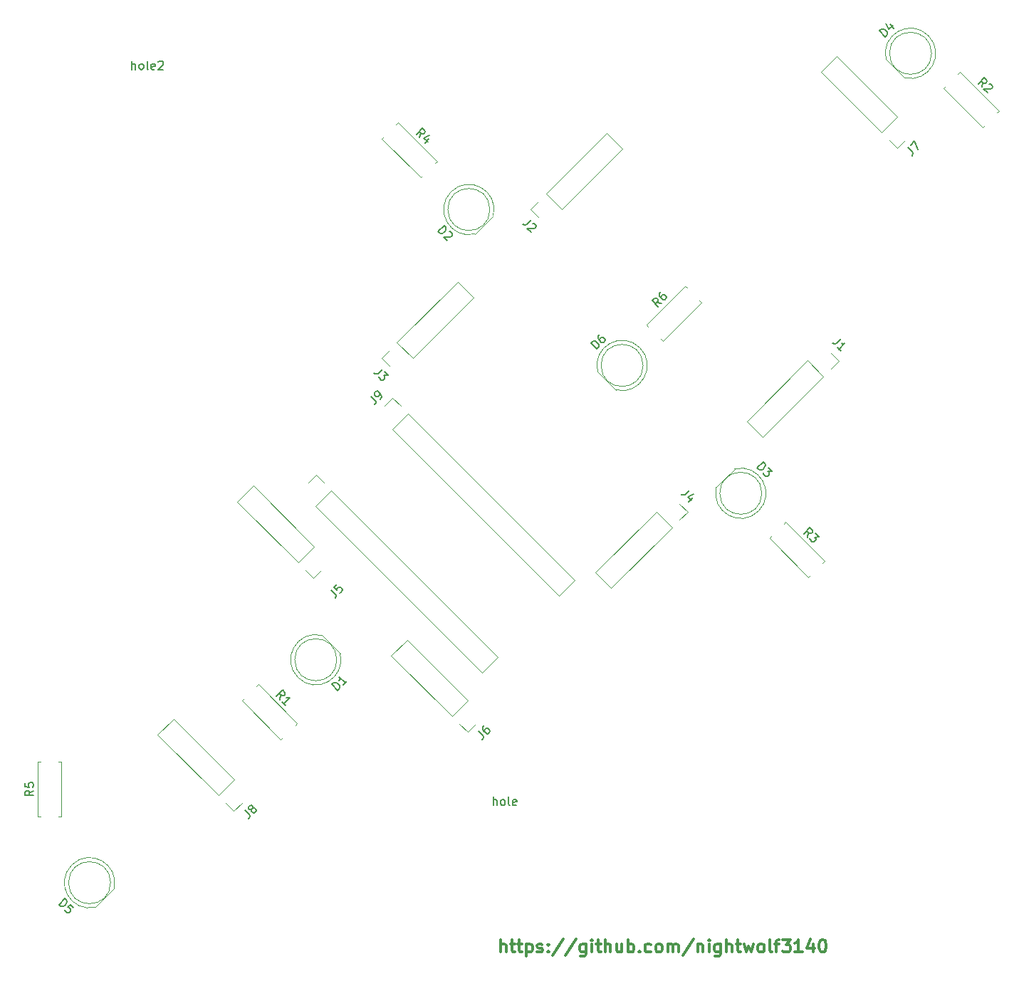
<source format=gbr>
%TF.GenerationSoftware,KiCad,Pcbnew,8.0.1*%
%TF.CreationDate,2024-04-24T16:38:57-04:00*%
%TF.ProjectId,RGBsensorBoard,52474273-656e-4736-9f72-426f6172642e,rev?*%
%TF.SameCoordinates,Original*%
%TF.FileFunction,Legend,Top*%
%TF.FilePolarity,Positive*%
%FSLAX46Y46*%
G04 Gerber Fmt 4.6, Leading zero omitted, Abs format (unit mm)*
G04 Created by KiCad (PCBNEW 8.0.1) date 2024-04-24 16:38:57*
%MOMM*%
%LPD*%
G01*
G04 APERTURE LIST*
%ADD10C,0.300000*%
%ADD11C,0.150000*%
%ADD12C,0.120000*%
G04 APERTURE END LIST*
D10*
X74499764Y-135431270D02*
X74499764Y-133931270D01*
X75142622Y-135431270D02*
X75142622Y-134645556D01*
X75142622Y-134645556D02*
X75071193Y-134502699D01*
X75071193Y-134502699D02*
X74928336Y-134431270D01*
X74928336Y-134431270D02*
X74714050Y-134431270D01*
X74714050Y-134431270D02*
X74571193Y-134502699D01*
X74571193Y-134502699D02*
X74499764Y-134574127D01*
X75642622Y-134431270D02*
X76214050Y-134431270D01*
X75856907Y-133931270D02*
X75856907Y-135216984D01*
X75856907Y-135216984D02*
X75928336Y-135359842D01*
X75928336Y-135359842D02*
X76071193Y-135431270D01*
X76071193Y-135431270D02*
X76214050Y-135431270D01*
X76499765Y-134431270D02*
X77071193Y-134431270D01*
X76714050Y-133931270D02*
X76714050Y-135216984D01*
X76714050Y-135216984D02*
X76785479Y-135359842D01*
X76785479Y-135359842D02*
X76928336Y-135431270D01*
X76928336Y-135431270D02*
X77071193Y-135431270D01*
X77571193Y-134431270D02*
X77571193Y-135931270D01*
X77571193Y-134502699D02*
X77714051Y-134431270D01*
X77714051Y-134431270D02*
X77999765Y-134431270D01*
X77999765Y-134431270D02*
X78142622Y-134502699D01*
X78142622Y-134502699D02*
X78214051Y-134574127D01*
X78214051Y-134574127D02*
X78285479Y-134716984D01*
X78285479Y-134716984D02*
X78285479Y-135145556D01*
X78285479Y-135145556D02*
X78214051Y-135288413D01*
X78214051Y-135288413D02*
X78142622Y-135359842D01*
X78142622Y-135359842D02*
X77999765Y-135431270D01*
X77999765Y-135431270D02*
X77714051Y-135431270D01*
X77714051Y-135431270D02*
X77571193Y-135359842D01*
X78856908Y-135359842D02*
X78999765Y-135431270D01*
X78999765Y-135431270D02*
X79285479Y-135431270D01*
X79285479Y-135431270D02*
X79428336Y-135359842D01*
X79428336Y-135359842D02*
X79499765Y-135216984D01*
X79499765Y-135216984D02*
X79499765Y-135145556D01*
X79499765Y-135145556D02*
X79428336Y-135002699D01*
X79428336Y-135002699D02*
X79285479Y-134931270D01*
X79285479Y-134931270D02*
X79071194Y-134931270D01*
X79071194Y-134931270D02*
X78928336Y-134859842D01*
X78928336Y-134859842D02*
X78856908Y-134716984D01*
X78856908Y-134716984D02*
X78856908Y-134645556D01*
X78856908Y-134645556D02*
X78928336Y-134502699D01*
X78928336Y-134502699D02*
X79071194Y-134431270D01*
X79071194Y-134431270D02*
X79285479Y-134431270D01*
X79285479Y-134431270D02*
X79428336Y-134502699D01*
X80142622Y-135288413D02*
X80214051Y-135359842D01*
X80214051Y-135359842D02*
X80142622Y-135431270D01*
X80142622Y-135431270D02*
X80071194Y-135359842D01*
X80071194Y-135359842D02*
X80142622Y-135288413D01*
X80142622Y-135288413D02*
X80142622Y-135431270D01*
X80142622Y-134502699D02*
X80214051Y-134574127D01*
X80214051Y-134574127D02*
X80142622Y-134645556D01*
X80142622Y-134645556D02*
X80071194Y-134574127D01*
X80071194Y-134574127D02*
X80142622Y-134502699D01*
X80142622Y-134502699D02*
X80142622Y-134645556D01*
X81928337Y-133859842D02*
X80642623Y-135788413D01*
X83499766Y-133859842D02*
X82214052Y-135788413D01*
X84642624Y-134431270D02*
X84642624Y-135645556D01*
X84642624Y-135645556D02*
X84571195Y-135788413D01*
X84571195Y-135788413D02*
X84499766Y-135859842D01*
X84499766Y-135859842D02*
X84356909Y-135931270D01*
X84356909Y-135931270D02*
X84142624Y-135931270D01*
X84142624Y-135931270D02*
X83999766Y-135859842D01*
X84642624Y-135359842D02*
X84499766Y-135431270D01*
X84499766Y-135431270D02*
X84214052Y-135431270D01*
X84214052Y-135431270D02*
X84071195Y-135359842D01*
X84071195Y-135359842D02*
X83999766Y-135288413D01*
X83999766Y-135288413D02*
X83928338Y-135145556D01*
X83928338Y-135145556D02*
X83928338Y-134716984D01*
X83928338Y-134716984D02*
X83999766Y-134574127D01*
X83999766Y-134574127D02*
X84071195Y-134502699D01*
X84071195Y-134502699D02*
X84214052Y-134431270D01*
X84214052Y-134431270D02*
X84499766Y-134431270D01*
X84499766Y-134431270D02*
X84642624Y-134502699D01*
X85356909Y-135431270D02*
X85356909Y-134431270D01*
X85356909Y-133931270D02*
X85285481Y-134002699D01*
X85285481Y-134002699D02*
X85356909Y-134074127D01*
X85356909Y-134074127D02*
X85428338Y-134002699D01*
X85428338Y-134002699D02*
X85356909Y-133931270D01*
X85356909Y-133931270D02*
X85356909Y-134074127D01*
X85856910Y-134431270D02*
X86428338Y-134431270D01*
X86071195Y-133931270D02*
X86071195Y-135216984D01*
X86071195Y-135216984D02*
X86142624Y-135359842D01*
X86142624Y-135359842D02*
X86285481Y-135431270D01*
X86285481Y-135431270D02*
X86428338Y-135431270D01*
X86928338Y-135431270D02*
X86928338Y-133931270D01*
X87571196Y-135431270D02*
X87571196Y-134645556D01*
X87571196Y-134645556D02*
X87499767Y-134502699D01*
X87499767Y-134502699D02*
X87356910Y-134431270D01*
X87356910Y-134431270D02*
X87142624Y-134431270D01*
X87142624Y-134431270D02*
X86999767Y-134502699D01*
X86999767Y-134502699D02*
X86928338Y-134574127D01*
X88928339Y-134431270D02*
X88928339Y-135431270D01*
X88285481Y-134431270D02*
X88285481Y-135216984D01*
X88285481Y-135216984D02*
X88356910Y-135359842D01*
X88356910Y-135359842D02*
X88499767Y-135431270D01*
X88499767Y-135431270D02*
X88714053Y-135431270D01*
X88714053Y-135431270D02*
X88856910Y-135359842D01*
X88856910Y-135359842D02*
X88928339Y-135288413D01*
X89642624Y-135431270D02*
X89642624Y-133931270D01*
X89642624Y-134502699D02*
X89785482Y-134431270D01*
X89785482Y-134431270D02*
X90071196Y-134431270D01*
X90071196Y-134431270D02*
X90214053Y-134502699D01*
X90214053Y-134502699D02*
X90285482Y-134574127D01*
X90285482Y-134574127D02*
X90356910Y-134716984D01*
X90356910Y-134716984D02*
X90356910Y-135145556D01*
X90356910Y-135145556D02*
X90285482Y-135288413D01*
X90285482Y-135288413D02*
X90214053Y-135359842D01*
X90214053Y-135359842D02*
X90071196Y-135431270D01*
X90071196Y-135431270D02*
X89785482Y-135431270D01*
X89785482Y-135431270D02*
X89642624Y-135359842D01*
X90999767Y-135288413D02*
X91071196Y-135359842D01*
X91071196Y-135359842D02*
X90999767Y-135431270D01*
X90999767Y-135431270D02*
X90928339Y-135359842D01*
X90928339Y-135359842D02*
X90999767Y-135288413D01*
X90999767Y-135288413D02*
X90999767Y-135431270D01*
X92356911Y-135359842D02*
X92214053Y-135431270D01*
X92214053Y-135431270D02*
X91928339Y-135431270D01*
X91928339Y-135431270D02*
X91785482Y-135359842D01*
X91785482Y-135359842D02*
X91714053Y-135288413D01*
X91714053Y-135288413D02*
X91642625Y-135145556D01*
X91642625Y-135145556D02*
X91642625Y-134716984D01*
X91642625Y-134716984D02*
X91714053Y-134574127D01*
X91714053Y-134574127D02*
X91785482Y-134502699D01*
X91785482Y-134502699D02*
X91928339Y-134431270D01*
X91928339Y-134431270D02*
X92214053Y-134431270D01*
X92214053Y-134431270D02*
X92356911Y-134502699D01*
X93214053Y-135431270D02*
X93071196Y-135359842D01*
X93071196Y-135359842D02*
X92999767Y-135288413D01*
X92999767Y-135288413D02*
X92928339Y-135145556D01*
X92928339Y-135145556D02*
X92928339Y-134716984D01*
X92928339Y-134716984D02*
X92999767Y-134574127D01*
X92999767Y-134574127D02*
X93071196Y-134502699D01*
X93071196Y-134502699D02*
X93214053Y-134431270D01*
X93214053Y-134431270D02*
X93428339Y-134431270D01*
X93428339Y-134431270D02*
X93571196Y-134502699D01*
X93571196Y-134502699D02*
X93642625Y-134574127D01*
X93642625Y-134574127D02*
X93714053Y-134716984D01*
X93714053Y-134716984D02*
X93714053Y-135145556D01*
X93714053Y-135145556D02*
X93642625Y-135288413D01*
X93642625Y-135288413D02*
X93571196Y-135359842D01*
X93571196Y-135359842D02*
X93428339Y-135431270D01*
X93428339Y-135431270D02*
X93214053Y-135431270D01*
X94356910Y-135431270D02*
X94356910Y-134431270D01*
X94356910Y-134574127D02*
X94428339Y-134502699D01*
X94428339Y-134502699D02*
X94571196Y-134431270D01*
X94571196Y-134431270D02*
X94785482Y-134431270D01*
X94785482Y-134431270D02*
X94928339Y-134502699D01*
X94928339Y-134502699D02*
X94999768Y-134645556D01*
X94999768Y-134645556D02*
X94999768Y-135431270D01*
X94999768Y-134645556D02*
X95071196Y-134502699D01*
X95071196Y-134502699D02*
X95214053Y-134431270D01*
X95214053Y-134431270D02*
X95428339Y-134431270D01*
X95428339Y-134431270D02*
X95571196Y-134502699D01*
X95571196Y-134502699D02*
X95642625Y-134645556D01*
X95642625Y-134645556D02*
X95642625Y-135431270D01*
X97428339Y-133859842D02*
X96142625Y-135788413D01*
X97928339Y-134431270D02*
X97928339Y-135431270D01*
X97928339Y-134574127D02*
X97999768Y-134502699D01*
X97999768Y-134502699D02*
X98142625Y-134431270D01*
X98142625Y-134431270D02*
X98356911Y-134431270D01*
X98356911Y-134431270D02*
X98499768Y-134502699D01*
X98499768Y-134502699D02*
X98571197Y-134645556D01*
X98571197Y-134645556D02*
X98571197Y-135431270D01*
X99285482Y-135431270D02*
X99285482Y-134431270D01*
X99285482Y-133931270D02*
X99214054Y-134002699D01*
X99214054Y-134002699D02*
X99285482Y-134074127D01*
X99285482Y-134074127D02*
X99356911Y-134002699D01*
X99356911Y-134002699D02*
X99285482Y-133931270D01*
X99285482Y-133931270D02*
X99285482Y-134074127D01*
X100642626Y-134431270D02*
X100642626Y-135645556D01*
X100642626Y-135645556D02*
X100571197Y-135788413D01*
X100571197Y-135788413D02*
X100499768Y-135859842D01*
X100499768Y-135859842D02*
X100356911Y-135931270D01*
X100356911Y-135931270D02*
X100142626Y-135931270D01*
X100142626Y-135931270D02*
X99999768Y-135859842D01*
X100642626Y-135359842D02*
X100499768Y-135431270D01*
X100499768Y-135431270D02*
X100214054Y-135431270D01*
X100214054Y-135431270D02*
X100071197Y-135359842D01*
X100071197Y-135359842D02*
X99999768Y-135288413D01*
X99999768Y-135288413D02*
X99928340Y-135145556D01*
X99928340Y-135145556D02*
X99928340Y-134716984D01*
X99928340Y-134716984D02*
X99999768Y-134574127D01*
X99999768Y-134574127D02*
X100071197Y-134502699D01*
X100071197Y-134502699D02*
X100214054Y-134431270D01*
X100214054Y-134431270D02*
X100499768Y-134431270D01*
X100499768Y-134431270D02*
X100642626Y-134502699D01*
X101356911Y-135431270D02*
X101356911Y-133931270D01*
X101999769Y-135431270D02*
X101999769Y-134645556D01*
X101999769Y-134645556D02*
X101928340Y-134502699D01*
X101928340Y-134502699D02*
X101785483Y-134431270D01*
X101785483Y-134431270D02*
X101571197Y-134431270D01*
X101571197Y-134431270D02*
X101428340Y-134502699D01*
X101428340Y-134502699D02*
X101356911Y-134574127D01*
X102499769Y-134431270D02*
X103071197Y-134431270D01*
X102714054Y-133931270D02*
X102714054Y-135216984D01*
X102714054Y-135216984D02*
X102785483Y-135359842D01*
X102785483Y-135359842D02*
X102928340Y-135431270D01*
X102928340Y-135431270D02*
X103071197Y-135431270D01*
X103428340Y-134431270D02*
X103714055Y-135431270D01*
X103714055Y-135431270D02*
X103999769Y-134716984D01*
X103999769Y-134716984D02*
X104285483Y-135431270D01*
X104285483Y-135431270D02*
X104571197Y-134431270D01*
X105356912Y-135431270D02*
X105214055Y-135359842D01*
X105214055Y-135359842D02*
X105142626Y-135288413D01*
X105142626Y-135288413D02*
X105071198Y-135145556D01*
X105071198Y-135145556D02*
X105071198Y-134716984D01*
X105071198Y-134716984D02*
X105142626Y-134574127D01*
X105142626Y-134574127D02*
X105214055Y-134502699D01*
X105214055Y-134502699D02*
X105356912Y-134431270D01*
X105356912Y-134431270D02*
X105571198Y-134431270D01*
X105571198Y-134431270D02*
X105714055Y-134502699D01*
X105714055Y-134502699D02*
X105785484Y-134574127D01*
X105785484Y-134574127D02*
X105856912Y-134716984D01*
X105856912Y-134716984D02*
X105856912Y-135145556D01*
X105856912Y-135145556D02*
X105785484Y-135288413D01*
X105785484Y-135288413D02*
X105714055Y-135359842D01*
X105714055Y-135359842D02*
X105571198Y-135431270D01*
X105571198Y-135431270D02*
X105356912Y-135431270D01*
X106714055Y-135431270D02*
X106571198Y-135359842D01*
X106571198Y-135359842D02*
X106499769Y-135216984D01*
X106499769Y-135216984D02*
X106499769Y-133931270D01*
X107071198Y-134431270D02*
X107642626Y-134431270D01*
X107285483Y-135431270D02*
X107285483Y-134145556D01*
X107285483Y-134145556D02*
X107356912Y-134002699D01*
X107356912Y-134002699D02*
X107499769Y-133931270D01*
X107499769Y-133931270D02*
X107642626Y-133931270D01*
X107999769Y-133931270D02*
X108928341Y-133931270D01*
X108928341Y-133931270D02*
X108428341Y-134502699D01*
X108428341Y-134502699D02*
X108642626Y-134502699D01*
X108642626Y-134502699D02*
X108785484Y-134574127D01*
X108785484Y-134574127D02*
X108856912Y-134645556D01*
X108856912Y-134645556D02*
X108928341Y-134788413D01*
X108928341Y-134788413D02*
X108928341Y-135145556D01*
X108928341Y-135145556D02*
X108856912Y-135288413D01*
X108856912Y-135288413D02*
X108785484Y-135359842D01*
X108785484Y-135359842D02*
X108642626Y-135431270D01*
X108642626Y-135431270D02*
X108214055Y-135431270D01*
X108214055Y-135431270D02*
X108071198Y-135359842D01*
X108071198Y-135359842D02*
X107999769Y-135288413D01*
X110356912Y-135431270D02*
X109499769Y-135431270D01*
X109928340Y-135431270D02*
X109928340Y-133931270D01*
X109928340Y-133931270D02*
X109785483Y-134145556D01*
X109785483Y-134145556D02*
X109642626Y-134288413D01*
X109642626Y-134288413D02*
X109499769Y-134359842D01*
X111642626Y-134431270D02*
X111642626Y-135431270D01*
X111285483Y-133859842D02*
X110928340Y-134931270D01*
X110928340Y-134931270D02*
X111856911Y-134931270D01*
X112714054Y-133931270D02*
X112856911Y-133931270D01*
X112856911Y-133931270D02*
X112999768Y-134002699D01*
X112999768Y-134002699D02*
X113071197Y-134074127D01*
X113071197Y-134074127D02*
X113142625Y-134216984D01*
X113142625Y-134216984D02*
X113214054Y-134502699D01*
X113214054Y-134502699D02*
X113214054Y-134859842D01*
X113214054Y-134859842D02*
X113142625Y-135145556D01*
X113142625Y-135145556D02*
X113071197Y-135288413D01*
X113071197Y-135288413D02*
X112999768Y-135359842D01*
X112999768Y-135359842D02*
X112856911Y-135431270D01*
X112856911Y-135431270D02*
X112714054Y-135431270D01*
X112714054Y-135431270D02*
X112571197Y-135359842D01*
X112571197Y-135359842D02*
X112499768Y-135288413D01*
X112499768Y-135288413D02*
X112428339Y-135145556D01*
X112428339Y-135145556D02*
X112356911Y-134859842D01*
X112356911Y-134859842D02*
X112356911Y-134502699D01*
X112356911Y-134502699D02*
X112428339Y-134216984D01*
X112428339Y-134216984D02*
X112499768Y-134074127D01*
X112499768Y-134074127D02*
X112571197Y-134002699D01*
X112571197Y-134002699D02*
X112714054Y-133931270D01*
D11*
X30666666Y-30454819D02*
X30666666Y-29454819D01*
X31095237Y-30454819D02*
X31095237Y-29931009D01*
X31095237Y-29931009D02*
X31047618Y-29835771D01*
X31047618Y-29835771D02*
X30952380Y-29788152D01*
X30952380Y-29788152D02*
X30809523Y-29788152D01*
X30809523Y-29788152D02*
X30714285Y-29835771D01*
X30714285Y-29835771D02*
X30666666Y-29883390D01*
X31714285Y-30454819D02*
X31619047Y-30407200D01*
X31619047Y-30407200D02*
X31571428Y-30359580D01*
X31571428Y-30359580D02*
X31523809Y-30264342D01*
X31523809Y-30264342D02*
X31523809Y-29978628D01*
X31523809Y-29978628D02*
X31571428Y-29883390D01*
X31571428Y-29883390D02*
X31619047Y-29835771D01*
X31619047Y-29835771D02*
X31714285Y-29788152D01*
X31714285Y-29788152D02*
X31857142Y-29788152D01*
X31857142Y-29788152D02*
X31952380Y-29835771D01*
X31952380Y-29835771D02*
X31999999Y-29883390D01*
X31999999Y-29883390D02*
X32047618Y-29978628D01*
X32047618Y-29978628D02*
X32047618Y-30264342D01*
X32047618Y-30264342D02*
X31999999Y-30359580D01*
X31999999Y-30359580D02*
X31952380Y-30407200D01*
X31952380Y-30407200D02*
X31857142Y-30454819D01*
X31857142Y-30454819D02*
X31714285Y-30454819D01*
X32619047Y-30454819D02*
X32523809Y-30407200D01*
X32523809Y-30407200D02*
X32476190Y-30311961D01*
X32476190Y-30311961D02*
X32476190Y-29454819D01*
X33380952Y-30407200D02*
X33285714Y-30454819D01*
X33285714Y-30454819D02*
X33095238Y-30454819D01*
X33095238Y-30454819D02*
X33000000Y-30407200D01*
X33000000Y-30407200D02*
X32952381Y-30311961D01*
X32952381Y-30311961D02*
X32952381Y-29931009D01*
X32952381Y-29931009D02*
X33000000Y-29835771D01*
X33000000Y-29835771D02*
X33095238Y-29788152D01*
X33095238Y-29788152D02*
X33285714Y-29788152D01*
X33285714Y-29788152D02*
X33380952Y-29835771D01*
X33380952Y-29835771D02*
X33428571Y-29931009D01*
X33428571Y-29931009D02*
X33428571Y-30026247D01*
X33428571Y-30026247D02*
X32952381Y-30121485D01*
X33809524Y-29550057D02*
X33857143Y-29502438D01*
X33857143Y-29502438D02*
X33952381Y-29454819D01*
X33952381Y-29454819D02*
X34190476Y-29454819D01*
X34190476Y-29454819D02*
X34285714Y-29502438D01*
X34285714Y-29502438D02*
X34333333Y-29550057D01*
X34333333Y-29550057D02*
X34380952Y-29645295D01*
X34380952Y-29645295D02*
X34380952Y-29740533D01*
X34380952Y-29740533D02*
X34333333Y-29883390D01*
X34333333Y-29883390D02*
X33761905Y-30454819D01*
X33761905Y-30454819D02*
X34380952Y-30454819D01*
X73642857Y-117954819D02*
X73642857Y-116954819D01*
X74071428Y-117954819D02*
X74071428Y-117431009D01*
X74071428Y-117431009D02*
X74023809Y-117335771D01*
X74023809Y-117335771D02*
X73928571Y-117288152D01*
X73928571Y-117288152D02*
X73785714Y-117288152D01*
X73785714Y-117288152D02*
X73690476Y-117335771D01*
X73690476Y-117335771D02*
X73642857Y-117383390D01*
X74690476Y-117954819D02*
X74595238Y-117907200D01*
X74595238Y-117907200D02*
X74547619Y-117859580D01*
X74547619Y-117859580D02*
X74500000Y-117764342D01*
X74500000Y-117764342D02*
X74500000Y-117478628D01*
X74500000Y-117478628D02*
X74547619Y-117383390D01*
X74547619Y-117383390D02*
X74595238Y-117335771D01*
X74595238Y-117335771D02*
X74690476Y-117288152D01*
X74690476Y-117288152D02*
X74833333Y-117288152D01*
X74833333Y-117288152D02*
X74928571Y-117335771D01*
X74928571Y-117335771D02*
X74976190Y-117383390D01*
X74976190Y-117383390D02*
X75023809Y-117478628D01*
X75023809Y-117478628D02*
X75023809Y-117764342D01*
X75023809Y-117764342D02*
X74976190Y-117859580D01*
X74976190Y-117859580D02*
X74928571Y-117907200D01*
X74928571Y-117907200D02*
X74833333Y-117954819D01*
X74833333Y-117954819D02*
X74690476Y-117954819D01*
X75595238Y-117954819D02*
X75500000Y-117907200D01*
X75500000Y-117907200D02*
X75452381Y-117811961D01*
X75452381Y-117811961D02*
X75452381Y-116954819D01*
X76357143Y-117907200D02*
X76261905Y-117954819D01*
X76261905Y-117954819D02*
X76071429Y-117954819D01*
X76071429Y-117954819D02*
X75976191Y-117907200D01*
X75976191Y-117907200D02*
X75928572Y-117811961D01*
X75928572Y-117811961D02*
X75928572Y-117431009D01*
X75928572Y-117431009D02*
X75976191Y-117335771D01*
X75976191Y-117335771D02*
X76071429Y-117288152D01*
X76071429Y-117288152D02*
X76261905Y-117288152D01*
X76261905Y-117288152D02*
X76357143Y-117335771D01*
X76357143Y-117335771D02*
X76404762Y-117431009D01*
X76404762Y-117431009D02*
X76404762Y-117526247D01*
X76404762Y-117526247D02*
X75928572Y-117621485D01*
X93640141Y-58242330D02*
X93067722Y-58141315D01*
X93236080Y-58646391D02*
X92528974Y-57939284D01*
X92528974Y-57939284D02*
X92798348Y-57669910D01*
X92798348Y-57669910D02*
X92899363Y-57636238D01*
X92899363Y-57636238D02*
X92966706Y-57636238D01*
X92966706Y-57636238D02*
X93067722Y-57669910D01*
X93067722Y-57669910D02*
X93168737Y-57770925D01*
X93168737Y-57770925D02*
X93202409Y-57871941D01*
X93202409Y-57871941D02*
X93202409Y-57939284D01*
X93202409Y-57939284D02*
X93168737Y-58040299D01*
X93168737Y-58040299D02*
X92899363Y-58309673D01*
X93539126Y-56929132D02*
X93404439Y-57063819D01*
X93404439Y-57063819D02*
X93370767Y-57164834D01*
X93370767Y-57164834D02*
X93370767Y-57232177D01*
X93370767Y-57232177D02*
X93404439Y-57400536D01*
X93404439Y-57400536D02*
X93505454Y-57568895D01*
X93505454Y-57568895D02*
X93774828Y-57838269D01*
X93774828Y-57838269D02*
X93875844Y-57871941D01*
X93875844Y-57871941D02*
X93943187Y-57871941D01*
X93943187Y-57871941D02*
X94044202Y-57838269D01*
X94044202Y-57838269D02*
X94178889Y-57703582D01*
X94178889Y-57703582D02*
X94212561Y-57602567D01*
X94212561Y-57602567D02*
X94212561Y-57535223D01*
X94212561Y-57535223D02*
X94178889Y-57434208D01*
X94178889Y-57434208D02*
X94010531Y-57265849D01*
X94010531Y-57265849D02*
X93909515Y-57232177D01*
X93909515Y-57232177D02*
X93842172Y-57232177D01*
X93842172Y-57232177D02*
X93741157Y-57265849D01*
X93741157Y-57265849D02*
X93606470Y-57400536D01*
X93606470Y-57400536D02*
X93572798Y-57501551D01*
X93572798Y-57501551D02*
X93572798Y-57568895D01*
X93572798Y-57568895D02*
X93606470Y-57669910D01*
X18950837Y-116213926D02*
X18474646Y-116547259D01*
X18950837Y-116785354D02*
X17950837Y-116785354D01*
X17950837Y-116785354D02*
X17950837Y-116404402D01*
X17950837Y-116404402D02*
X17998456Y-116309164D01*
X17998456Y-116309164D02*
X18046075Y-116261545D01*
X18046075Y-116261545D02*
X18141313Y-116213926D01*
X18141313Y-116213926D02*
X18284170Y-116213926D01*
X18284170Y-116213926D02*
X18379408Y-116261545D01*
X18379408Y-116261545D02*
X18427027Y-116309164D01*
X18427027Y-116309164D02*
X18474646Y-116404402D01*
X18474646Y-116404402D02*
X18474646Y-116785354D01*
X17950837Y-115309164D02*
X17950837Y-115785354D01*
X17950837Y-115785354D02*
X18427027Y-115832973D01*
X18427027Y-115832973D02*
X18379408Y-115785354D01*
X18379408Y-115785354D02*
X18331789Y-115690116D01*
X18331789Y-115690116D02*
X18331789Y-115452021D01*
X18331789Y-115452021D02*
X18379408Y-115356783D01*
X18379408Y-115356783D02*
X18427027Y-115309164D01*
X18427027Y-115309164D02*
X18522265Y-115261545D01*
X18522265Y-115261545D02*
X18760360Y-115261545D01*
X18760360Y-115261545D02*
X18855598Y-115309164D01*
X18855598Y-115309164D02*
X18903218Y-115356783D01*
X18903218Y-115356783D02*
X18950837Y-115452021D01*
X18950837Y-115452021D02*
X18950837Y-115690116D01*
X18950837Y-115690116D02*
X18903218Y-115785354D01*
X18903218Y-115785354D02*
X18855598Y-115832973D01*
X64882364Y-38561192D02*
X64983379Y-37988773D01*
X64478303Y-38157131D02*
X65185410Y-37450025D01*
X65185410Y-37450025D02*
X65454784Y-37719399D01*
X65454784Y-37719399D02*
X65488456Y-37820414D01*
X65488456Y-37820414D02*
X65488456Y-37887757D01*
X65488456Y-37887757D02*
X65454784Y-37988773D01*
X65454784Y-37988773D02*
X65353769Y-38089788D01*
X65353769Y-38089788D02*
X65252753Y-38123460D01*
X65252753Y-38123460D02*
X65185410Y-38123460D01*
X65185410Y-38123460D02*
X65084395Y-38089788D01*
X65084395Y-38089788D02*
X64815021Y-37820414D01*
X65959860Y-38695879D02*
X65488456Y-39167284D01*
X66060875Y-38258147D02*
X65387440Y-38594864D01*
X65387440Y-38594864D02*
X65825173Y-39032597D01*
X110978655Y-86071696D02*
X111079670Y-85499277D01*
X110574594Y-85667635D02*
X111281701Y-84960529D01*
X111281701Y-84960529D02*
X111551075Y-85229903D01*
X111551075Y-85229903D02*
X111584747Y-85330918D01*
X111584747Y-85330918D02*
X111584747Y-85398261D01*
X111584747Y-85398261D02*
X111551075Y-85499277D01*
X111551075Y-85499277D02*
X111450060Y-85600292D01*
X111450060Y-85600292D02*
X111349044Y-85633964D01*
X111349044Y-85633964D02*
X111281701Y-85633964D01*
X111281701Y-85633964D02*
X111180686Y-85600292D01*
X111180686Y-85600292D02*
X110911312Y-85330918D01*
X111921464Y-85600292D02*
X112359197Y-86038025D01*
X112359197Y-86038025D02*
X111854121Y-86071696D01*
X111854121Y-86071696D02*
X111955136Y-86172712D01*
X111955136Y-86172712D02*
X111988808Y-86273727D01*
X111988808Y-86273727D02*
X111988808Y-86341070D01*
X111988808Y-86341070D02*
X111955136Y-86442086D01*
X111955136Y-86442086D02*
X111786777Y-86610444D01*
X111786777Y-86610444D02*
X111685762Y-86644116D01*
X111685762Y-86644116D02*
X111618418Y-86644116D01*
X111618418Y-86644116D02*
X111517403Y-86610444D01*
X111517403Y-86610444D02*
X111315373Y-86408414D01*
X111315373Y-86408414D02*
X111281701Y-86307399D01*
X111281701Y-86307399D02*
X111281701Y-86240055D01*
X131703955Y-32550784D02*
X131804970Y-31978365D01*
X131299894Y-32146723D02*
X132007001Y-31439617D01*
X132007001Y-31439617D02*
X132276375Y-31708991D01*
X132276375Y-31708991D02*
X132310047Y-31810006D01*
X132310047Y-31810006D02*
X132310047Y-31877349D01*
X132310047Y-31877349D02*
X132276375Y-31978365D01*
X132276375Y-31978365D02*
X132175360Y-32079380D01*
X132175360Y-32079380D02*
X132074344Y-32113052D01*
X132074344Y-32113052D02*
X132007001Y-32113052D01*
X132007001Y-32113052D02*
X131905986Y-32079380D01*
X131905986Y-32079380D02*
X131636612Y-31810006D01*
X132613092Y-32180395D02*
X132680436Y-32180395D01*
X132680436Y-32180395D02*
X132781451Y-32214067D01*
X132781451Y-32214067D02*
X132949810Y-32382426D01*
X132949810Y-32382426D02*
X132983482Y-32483441D01*
X132983482Y-32483441D02*
X132983482Y-32550784D01*
X132983482Y-32550784D02*
X132949810Y-32651800D01*
X132949810Y-32651800D02*
X132882466Y-32719143D01*
X132882466Y-32719143D02*
X132747779Y-32786487D01*
X132747779Y-32786487D02*
X131939657Y-32786487D01*
X131939657Y-32786487D02*
X132377390Y-33224219D01*
X48265355Y-105382782D02*
X48366370Y-104810363D01*
X47861294Y-104978721D02*
X48568401Y-104271615D01*
X48568401Y-104271615D02*
X48837775Y-104540989D01*
X48837775Y-104540989D02*
X48871447Y-104642004D01*
X48871447Y-104642004D02*
X48871447Y-104709347D01*
X48871447Y-104709347D02*
X48837775Y-104810363D01*
X48837775Y-104810363D02*
X48736760Y-104911378D01*
X48736760Y-104911378D02*
X48635744Y-104945050D01*
X48635744Y-104945050D02*
X48568401Y-104945050D01*
X48568401Y-104945050D02*
X48467386Y-104911378D01*
X48467386Y-104911378D02*
X48198012Y-104642004D01*
X48938790Y-106056217D02*
X48534729Y-105652156D01*
X48736760Y-105854187D02*
X49443866Y-105147080D01*
X49443866Y-105147080D02*
X49275508Y-105180752D01*
X49275508Y-105180752D02*
X49140821Y-105180752D01*
X49140821Y-105180752D02*
X49039805Y-105147080D01*
X59086189Y-69320336D02*
X59591265Y-69825412D01*
X59591265Y-69825412D02*
X59658609Y-69960099D01*
X59658609Y-69960099D02*
X59658609Y-70094786D01*
X59658609Y-70094786D02*
X59591265Y-70229473D01*
X59591265Y-70229473D02*
X59523922Y-70296817D01*
X60163685Y-69657053D02*
X60298372Y-69522366D01*
X60298372Y-69522366D02*
X60332044Y-69421351D01*
X60332044Y-69421351D02*
X60332044Y-69354007D01*
X60332044Y-69354007D02*
X60298372Y-69185649D01*
X60298372Y-69185649D02*
X60197357Y-69017290D01*
X60197357Y-69017290D02*
X59927983Y-68747916D01*
X59927983Y-68747916D02*
X59826968Y-68714244D01*
X59826968Y-68714244D02*
X59759624Y-68714244D01*
X59759624Y-68714244D02*
X59658609Y-68747916D01*
X59658609Y-68747916D02*
X59523922Y-68882603D01*
X59523922Y-68882603D02*
X59490250Y-68983618D01*
X59490250Y-68983618D02*
X59490250Y-69050962D01*
X59490250Y-69050962D02*
X59523922Y-69151977D01*
X59523922Y-69151977D02*
X59692281Y-69320336D01*
X59692281Y-69320336D02*
X59793296Y-69354007D01*
X59793296Y-69354007D02*
X59860639Y-69354007D01*
X59860639Y-69354007D02*
X59961655Y-69320336D01*
X59961655Y-69320336D02*
X60096342Y-69185649D01*
X60096342Y-69185649D02*
X60130013Y-69084633D01*
X60130013Y-69084633D02*
X60130013Y-69017290D01*
X60130013Y-69017290D02*
X60096342Y-68916275D01*
X44123810Y-118563253D02*
X44628886Y-119068329D01*
X44628886Y-119068329D02*
X44696230Y-119203016D01*
X44696230Y-119203016D02*
X44696230Y-119337703D01*
X44696230Y-119337703D02*
X44628886Y-119472390D01*
X44628886Y-119472390D02*
X44561543Y-119539734D01*
X44864589Y-118428566D02*
X44763573Y-118462237D01*
X44763573Y-118462237D02*
X44696230Y-118462237D01*
X44696230Y-118462237D02*
X44595215Y-118428566D01*
X44595215Y-118428566D02*
X44561543Y-118394894D01*
X44561543Y-118394894D02*
X44527871Y-118293879D01*
X44527871Y-118293879D02*
X44527871Y-118226535D01*
X44527871Y-118226535D02*
X44561543Y-118125520D01*
X44561543Y-118125520D02*
X44696230Y-117990833D01*
X44696230Y-117990833D02*
X44797245Y-117957161D01*
X44797245Y-117957161D02*
X44864589Y-117957161D01*
X44864589Y-117957161D02*
X44965604Y-117990833D01*
X44965604Y-117990833D02*
X44999276Y-118024505D01*
X44999276Y-118024505D02*
X45032947Y-118125520D01*
X45032947Y-118125520D02*
X45032947Y-118192863D01*
X45032947Y-118192863D02*
X44999276Y-118293879D01*
X44999276Y-118293879D02*
X44864589Y-118428566D01*
X44864589Y-118428566D02*
X44830917Y-118529581D01*
X44830917Y-118529581D02*
X44830917Y-118596924D01*
X44830917Y-118596924D02*
X44864589Y-118697940D01*
X44864589Y-118697940D02*
X44999276Y-118832627D01*
X44999276Y-118832627D02*
X45100291Y-118866298D01*
X45100291Y-118866298D02*
X45167634Y-118866298D01*
X45167634Y-118866298D02*
X45268650Y-118832627D01*
X45268650Y-118832627D02*
X45403337Y-118697940D01*
X45403337Y-118697940D02*
X45437008Y-118596924D01*
X45437008Y-118596924D02*
X45437008Y-118529581D01*
X45437008Y-118529581D02*
X45403337Y-118428566D01*
X45403337Y-118428566D02*
X45268650Y-118293879D01*
X45268650Y-118293879D02*
X45167634Y-118260207D01*
X45167634Y-118260207D02*
X45100291Y-118260207D01*
X45100291Y-118260207D02*
X44999276Y-118293879D01*
X122966216Y-39720847D02*
X123471292Y-40225923D01*
X123471292Y-40225923D02*
X123538636Y-40360610D01*
X123538636Y-40360610D02*
X123538636Y-40495297D01*
X123538636Y-40495297D02*
X123471292Y-40629984D01*
X123471292Y-40629984D02*
X123403949Y-40697328D01*
X123235590Y-39451473D02*
X123706995Y-38980068D01*
X123706995Y-38980068D02*
X124111056Y-39990221D01*
X71898964Y-109144591D02*
X72404040Y-109649667D01*
X72404040Y-109649667D02*
X72471384Y-109784354D01*
X72471384Y-109784354D02*
X72471384Y-109919041D01*
X72471384Y-109919041D02*
X72404040Y-110053728D01*
X72404040Y-110053728D02*
X72336697Y-110121072D01*
X72538727Y-108504827D02*
X72404040Y-108639514D01*
X72404040Y-108639514D02*
X72370369Y-108740530D01*
X72370369Y-108740530D02*
X72370369Y-108807873D01*
X72370369Y-108807873D02*
X72404040Y-108976232D01*
X72404040Y-108976232D02*
X72505056Y-109144591D01*
X72505056Y-109144591D02*
X72774430Y-109413965D01*
X72774430Y-109413965D02*
X72875445Y-109447636D01*
X72875445Y-109447636D02*
X72942788Y-109447636D01*
X72942788Y-109447636D02*
X73043804Y-109413965D01*
X73043804Y-109413965D02*
X73178491Y-109279278D01*
X73178491Y-109279278D02*
X73212162Y-109178262D01*
X73212162Y-109178262D02*
X73212162Y-109110919D01*
X73212162Y-109110919D02*
X73178491Y-109009904D01*
X73178491Y-109009904D02*
X73010132Y-108841545D01*
X73010132Y-108841545D02*
X72909117Y-108807873D01*
X72909117Y-108807873D02*
X72841773Y-108807873D01*
X72841773Y-108807873D02*
X72740758Y-108841545D01*
X72740758Y-108841545D02*
X72606071Y-108976232D01*
X72606071Y-108976232D02*
X72572399Y-109077247D01*
X72572399Y-109077247D02*
X72572399Y-109144591D01*
X72572399Y-109144591D02*
X72606071Y-109245606D01*
X54378796Y-92350201D02*
X54883872Y-92855277D01*
X54883872Y-92855277D02*
X54951216Y-92989964D01*
X54951216Y-92989964D02*
X54951216Y-93124651D01*
X54951216Y-93124651D02*
X54883872Y-93259338D01*
X54883872Y-93259338D02*
X54816529Y-93326682D01*
X55052231Y-91676766D02*
X54715514Y-92013483D01*
X54715514Y-92013483D02*
X55018559Y-92383872D01*
X55018559Y-92383872D02*
X55018559Y-92316529D01*
X55018559Y-92316529D02*
X55052231Y-92215514D01*
X55052231Y-92215514D02*
X55220590Y-92047155D01*
X55220590Y-92047155D02*
X55321605Y-92013483D01*
X55321605Y-92013483D02*
X55388949Y-92013483D01*
X55388949Y-92013483D02*
X55489964Y-92047155D01*
X55489964Y-92047155D02*
X55658323Y-92215514D01*
X55658323Y-92215514D02*
X55691994Y-92316529D01*
X55691994Y-92316529D02*
X55691994Y-92383872D01*
X55691994Y-92383872D02*
X55658323Y-92484888D01*
X55658323Y-92484888D02*
X55489964Y-92653246D01*
X55489964Y-92653246D02*
X55388949Y-92686918D01*
X55388949Y-92686918D02*
X55321605Y-92686918D01*
X96952013Y-80502051D02*
X96446937Y-81007127D01*
X96446937Y-81007127D02*
X96312250Y-81074471D01*
X96312250Y-81074471D02*
X96177563Y-81074471D01*
X96177563Y-81074471D02*
X96042876Y-81007127D01*
X96042876Y-81007127D02*
X95975532Y-80939784D01*
X97356074Y-81377517D02*
X96884670Y-81848921D01*
X97457090Y-80939784D02*
X96783655Y-81276501D01*
X96783655Y-81276501D02*
X97221387Y-81714234D01*
X60401663Y-66098287D02*
X59896587Y-66603363D01*
X59896587Y-66603363D02*
X59761900Y-66670707D01*
X59761900Y-66670707D02*
X59627213Y-66670707D01*
X59627213Y-66670707D02*
X59492526Y-66603363D01*
X59492526Y-66603363D02*
X59425182Y-66536020D01*
X60671037Y-66367661D02*
X61108770Y-66805394D01*
X61108770Y-66805394D02*
X60603694Y-66839066D01*
X60603694Y-66839066D02*
X60704709Y-66940081D01*
X60704709Y-66940081D02*
X60738381Y-67041096D01*
X60738381Y-67041096D02*
X60738381Y-67108440D01*
X60738381Y-67108440D02*
X60704709Y-67209455D01*
X60704709Y-67209455D02*
X60536350Y-67377814D01*
X60536350Y-67377814D02*
X60435335Y-67411485D01*
X60435335Y-67411485D02*
X60367992Y-67411485D01*
X60367992Y-67411485D02*
X60266976Y-67377814D01*
X60266976Y-67377814D02*
X60064946Y-67175783D01*
X60064946Y-67175783D02*
X60031274Y-67074768D01*
X60031274Y-67074768D02*
X60031274Y-67007424D01*
X78107617Y-48392333D02*
X77602541Y-48897409D01*
X77602541Y-48897409D02*
X77467854Y-48964753D01*
X77467854Y-48964753D02*
X77333167Y-48964753D01*
X77333167Y-48964753D02*
X77198480Y-48897409D01*
X77198480Y-48897409D02*
X77131136Y-48830066D01*
X78343320Y-48762722D02*
X78410663Y-48762722D01*
X78410663Y-48762722D02*
X78511678Y-48796394D01*
X78511678Y-48796394D02*
X78680037Y-48964753D01*
X78680037Y-48964753D02*
X78713709Y-49065768D01*
X78713709Y-49065768D02*
X78713709Y-49133112D01*
X78713709Y-49133112D02*
X78680037Y-49234127D01*
X78680037Y-49234127D02*
X78612694Y-49301470D01*
X78612694Y-49301470D02*
X78478007Y-49368814D01*
X78478007Y-49368814D02*
X77669885Y-49368814D01*
X77669885Y-49368814D02*
X78107617Y-49806547D01*
X114926668Y-62527397D02*
X114421592Y-63032473D01*
X114421592Y-63032473D02*
X114286905Y-63099817D01*
X114286905Y-63099817D02*
X114152218Y-63099817D01*
X114152218Y-63099817D02*
X114017531Y-63032473D01*
X114017531Y-63032473D02*
X113950187Y-62965130D01*
X114926668Y-63941611D02*
X114522607Y-63537550D01*
X114724638Y-63739580D02*
X115431745Y-63032473D01*
X115431745Y-63032473D02*
X115263386Y-63066145D01*
X115263386Y-63066145D02*
X115128699Y-63066145D01*
X115128699Y-63066145D02*
X115027684Y-63032473D01*
X85938738Y-63695134D02*
X85231632Y-62988027D01*
X85231632Y-62988027D02*
X85399990Y-62819668D01*
X85399990Y-62819668D02*
X85534677Y-62752325D01*
X85534677Y-62752325D02*
X85669364Y-62752325D01*
X85669364Y-62752325D02*
X85770380Y-62785997D01*
X85770380Y-62785997D02*
X85938738Y-62887012D01*
X85938738Y-62887012D02*
X86039754Y-62988027D01*
X86039754Y-62988027D02*
X86140769Y-63156386D01*
X86140769Y-63156386D02*
X86174441Y-63257401D01*
X86174441Y-63257401D02*
X86174441Y-63392088D01*
X86174441Y-63392088D02*
X86107097Y-63526775D01*
X86107097Y-63526775D02*
X85938738Y-63695134D01*
X86241784Y-61977875D02*
X86107097Y-62112562D01*
X86107097Y-62112562D02*
X86073425Y-62213577D01*
X86073425Y-62213577D02*
X86073425Y-62280920D01*
X86073425Y-62280920D02*
X86107097Y-62449279D01*
X86107097Y-62449279D02*
X86208112Y-62617638D01*
X86208112Y-62617638D02*
X86477486Y-62887012D01*
X86477486Y-62887012D02*
X86578502Y-62920684D01*
X86578502Y-62920684D02*
X86645845Y-62920684D01*
X86645845Y-62920684D02*
X86746860Y-62887012D01*
X86746860Y-62887012D02*
X86881547Y-62752325D01*
X86881547Y-62752325D02*
X86915219Y-62651310D01*
X86915219Y-62651310D02*
X86915219Y-62583966D01*
X86915219Y-62583966D02*
X86881547Y-62482951D01*
X86881547Y-62482951D02*
X86713189Y-62314592D01*
X86713189Y-62314592D02*
X86612173Y-62280920D01*
X86612173Y-62280920D02*
X86544830Y-62280920D01*
X86544830Y-62280920D02*
X86443815Y-62314592D01*
X86443815Y-62314592D02*
X86309128Y-62449279D01*
X86309128Y-62449279D02*
X86275456Y-62550294D01*
X86275456Y-62550294D02*
X86275456Y-62617638D01*
X86275456Y-62617638D02*
X86309128Y-62718653D01*
X21981186Y-129769885D02*
X22688293Y-129062779D01*
X22688293Y-129062779D02*
X22856652Y-129231137D01*
X22856652Y-129231137D02*
X22923995Y-129365824D01*
X22923995Y-129365824D02*
X22923995Y-129500511D01*
X22923995Y-129500511D02*
X22890323Y-129601527D01*
X22890323Y-129601527D02*
X22789308Y-129769885D01*
X22789308Y-129769885D02*
X22688293Y-129870901D01*
X22688293Y-129870901D02*
X22519934Y-129971916D01*
X22519934Y-129971916D02*
X22418919Y-130005588D01*
X22418919Y-130005588D02*
X22284232Y-130005588D01*
X22284232Y-130005588D02*
X22149545Y-129938244D01*
X22149545Y-129938244D02*
X21981186Y-129769885D01*
X23732117Y-130106603D02*
X23395400Y-129769885D01*
X23395400Y-129769885D02*
X23025010Y-130072931D01*
X23025010Y-130072931D02*
X23092354Y-130072931D01*
X23092354Y-130072931D02*
X23193369Y-130106603D01*
X23193369Y-130106603D02*
X23361728Y-130274962D01*
X23361728Y-130274962D02*
X23395400Y-130375977D01*
X23395400Y-130375977D02*
X23395400Y-130443320D01*
X23395400Y-130443320D02*
X23361728Y-130544336D01*
X23361728Y-130544336D02*
X23193369Y-130712694D01*
X23193369Y-130712694D02*
X23092354Y-130746366D01*
X23092354Y-130746366D02*
X23025010Y-130746366D01*
X23025010Y-130746366D02*
X22923995Y-130712694D01*
X22923995Y-130712694D02*
X22755636Y-130544336D01*
X22755636Y-130544336D02*
X22721965Y-130443320D01*
X22721965Y-130443320D02*
X22721965Y-130375977D01*
X120233417Y-26572028D02*
X119526311Y-25864921D01*
X119526311Y-25864921D02*
X119694669Y-25696562D01*
X119694669Y-25696562D02*
X119829356Y-25629219D01*
X119829356Y-25629219D02*
X119964043Y-25629219D01*
X119964043Y-25629219D02*
X120065059Y-25662891D01*
X120065059Y-25662891D02*
X120233417Y-25763906D01*
X120233417Y-25763906D02*
X120334433Y-25864921D01*
X120334433Y-25864921D02*
X120435448Y-26033280D01*
X120435448Y-26033280D02*
X120469120Y-26134295D01*
X120469120Y-26134295D02*
X120469120Y-26268982D01*
X120469120Y-26268982D02*
X120401776Y-26403669D01*
X120401776Y-26403669D02*
X120233417Y-26572028D01*
X120772165Y-25090471D02*
X121243570Y-25561875D01*
X120334433Y-24989456D02*
X120671150Y-25662891D01*
X120671150Y-25662891D02*
X121108883Y-25225158D01*
X105009663Y-77854105D02*
X105716770Y-77146999D01*
X105716770Y-77146999D02*
X105885129Y-77315357D01*
X105885129Y-77315357D02*
X105952472Y-77450044D01*
X105952472Y-77450044D02*
X105952472Y-77584731D01*
X105952472Y-77584731D02*
X105918800Y-77685747D01*
X105918800Y-77685747D02*
X105817785Y-77854105D01*
X105817785Y-77854105D02*
X105716770Y-77955121D01*
X105716770Y-77955121D02*
X105548411Y-78056136D01*
X105548411Y-78056136D02*
X105447396Y-78089808D01*
X105447396Y-78089808D02*
X105312709Y-78089808D01*
X105312709Y-78089808D02*
X105178022Y-78022464D01*
X105178022Y-78022464D02*
X105009663Y-77854105D01*
X106356533Y-77786762D02*
X106794266Y-78224495D01*
X106794266Y-78224495D02*
X106289190Y-78258166D01*
X106289190Y-78258166D02*
X106390205Y-78359182D01*
X106390205Y-78359182D02*
X106423877Y-78460197D01*
X106423877Y-78460197D02*
X106423877Y-78527540D01*
X106423877Y-78527540D02*
X106390205Y-78628556D01*
X106390205Y-78628556D02*
X106221846Y-78796914D01*
X106221846Y-78796914D02*
X106120831Y-78830586D01*
X106120831Y-78830586D02*
X106053487Y-78830586D01*
X106053487Y-78830586D02*
X105952472Y-78796914D01*
X105952472Y-78796914D02*
X105750442Y-78594884D01*
X105750442Y-78594884D02*
X105716770Y-78493869D01*
X105716770Y-78493869D02*
X105716770Y-78426525D01*
X67076921Y-49707719D02*
X67784028Y-49000613D01*
X67784028Y-49000613D02*
X67952387Y-49168971D01*
X67952387Y-49168971D02*
X68019730Y-49303658D01*
X68019730Y-49303658D02*
X68019730Y-49438345D01*
X68019730Y-49438345D02*
X67986058Y-49539361D01*
X67986058Y-49539361D02*
X67885043Y-49707719D01*
X67885043Y-49707719D02*
X67784028Y-49808735D01*
X67784028Y-49808735D02*
X67615669Y-49909750D01*
X67615669Y-49909750D02*
X67514654Y-49943422D01*
X67514654Y-49943422D02*
X67379967Y-49943422D01*
X67379967Y-49943422D02*
X67245280Y-49876078D01*
X67245280Y-49876078D02*
X67076921Y-49707719D01*
X68390119Y-49741391D02*
X68457463Y-49741391D01*
X68457463Y-49741391D02*
X68558478Y-49775063D01*
X68558478Y-49775063D02*
X68726837Y-49943422D01*
X68726837Y-49943422D02*
X68760509Y-50044437D01*
X68760509Y-50044437D02*
X68760509Y-50111780D01*
X68760509Y-50111780D02*
X68726837Y-50212796D01*
X68726837Y-50212796D02*
X68659493Y-50280139D01*
X68659493Y-50280139D02*
X68524806Y-50347483D01*
X68524806Y-50347483D02*
X67716684Y-50347483D01*
X67716684Y-50347483D02*
X68154417Y-50785215D01*
X55123024Y-104297204D02*
X54415918Y-103590097D01*
X54415918Y-103590097D02*
X54584276Y-103421738D01*
X54584276Y-103421738D02*
X54718963Y-103354395D01*
X54718963Y-103354395D02*
X54853650Y-103354395D01*
X54853650Y-103354395D02*
X54954666Y-103388067D01*
X54954666Y-103388067D02*
X55123024Y-103489082D01*
X55123024Y-103489082D02*
X55224040Y-103590097D01*
X55224040Y-103590097D02*
X55325055Y-103758456D01*
X55325055Y-103758456D02*
X55358727Y-103859471D01*
X55358727Y-103859471D02*
X55358727Y-103994158D01*
X55358727Y-103994158D02*
X55291383Y-104128845D01*
X55291383Y-104128845D02*
X55123024Y-104297204D01*
X56200520Y-103219708D02*
X55796459Y-103623769D01*
X55998490Y-103421738D02*
X55291383Y-102714632D01*
X55291383Y-102714632D02*
X55325055Y-102882990D01*
X55325055Y-102882990D02*
X55325055Y-103017677D01*
X55325055Y-103017677D02*
X55291383Y-103118693D01*
D12*
%TO.C,R6*%
X91831254Y-60822220D02*
X96455733Y-56197742D01*
X92064600Y-61055565D02*
X91831254Y-60822220D01*
X93535382Y-62526347D02*
X93768727Y-62759693D01*
X93768727Y-62759693D02*
X98393205Y-58135214D01*
X96455733Y-56197742D02*
X96689078Y-56431087D01*
X98393205Y-58135214D02*
X98159860Y-57901869D01*
%TO.C,R5*%
X19496018Y-119317260D02*
X19496018Y-112777260D01*
X19826018Y-119317260D02*
X19496018Y-119317260D01*
X21906018Y-119317260D02*
X22236018Y-119317260D01*
X22236018Y-119317260D02*
X22236018Y-112777260D01*
X19496018Y-112777260D02*
X19826018Y-112777260D01*
X22236018Y-112777260D02*
X21906018Y-112777260D01*
%TO.C,R4*%
X62302475Y-36752305D02*
X66926953Y-41376784D01*
X62069130Y-36985651D02*
X62302475Y-36752305D01*
X60598348Y-38456433D02*
X60365002Y-38689778D01*
X60365002Y-38689778D02*
X64989481Y-43314256D01*
X66926953Y-41376784D02*
X66693608Y-41610129D01*
X64989481Y-43314256D02*
X65222826Y-43080911D01*
%TO.C,R3*%
X108398766Y-84262809D02*
X113023244Y-88887288D01*
X108165421Y-84496155D02*
X108398766Y-84262809D01*
X106694639Y-85966937D02*
X106461293Y-86200282D01*
X106461293Y-86200282D02*
X111085772Y-90824760D01*
X113023244Y-88887288D02*
X112789899Y-89120633D01*
X111085772Y-90824760D02*
X111319117Y-90591415D01*
%TO.C,R2*%
X129124066Y-30741897D02*
X133748544Y-35366376D01*
X128890721Y-30975243D02*
X129124066Y-30741897D01*
X127419939Y-32446025D02*
X127186593Y-32679370D01*
X127186593Y-32679370D02*
X131811072Y-37303848D01*
X133748544Y-35366376D02*
X133515199Y-35599721D01*
X131811072Y-37303848D02*
X132044417Y-37070503D01*
%TO.C,R1*%
X45685466Y-103573895D02*
X50309944Y-108198374D01*
X45452121Y-103807241D02*
X45685466Y-103573895D01*
X43981339Y-105278023D02*
X43747993Y-105511368D01*
X43747993Y-105511368D02*
X48372472Y-110135846D01*
X50309944Y-108198374D02*
X50076599Y-108431719D01*
X48372472Y-110135846D02*
X48605817Y-109902501D01*
%TO.C,J10*%
X54382880Y-80508073D02*
X74181870Y-100307062D01*
X52544402Y-78669595D02*
X53484854Y-79610047D01*
X51603950Y-79610047D02*
X52544402Y-78669595D01*
X72300965Y-102187967D02*
X74181870Y-100307062D01*
X52501976Y-82388977D02*
X54382880Y-80508073D01*
X52501976Y-82388977D02*
X72300965Y-102187967D01*
%TO.C,J9*%
X61623653Y-73267299D02*
X81422642Y-93066289D01*
X61623653Y-73267299D02*
X63504557Y-71386395D01*
X81422642Y-93066289D02*
X83303547Y-91185384D01*
X60725627Y-70488369D02*
X61666079Y-69547917D01*
X61666079Y-69547917D02*
X62606531Y-70488369D01*
X63504557Y-71386395D02*
X83303547Y-91185384D01*
%TO.C,J8*%
X40947850Y-116796792D02*
X33721219Y-109570161D01*
X42786328Y-118635270D02*
X41845876Y-117694818D01*
X43726780Y-117694818D02*
X42786328Y-118635270D01*
X35602123Y-107689257D02*
X33721219Y-109570161D01*
X42828754Y-114915888D02*
X40947850Y-116796792D01*
X42828754Y-114915888D02*
X35602123Y-107689257D01*
%TO.C,J7*%
X119790256Y-37954386D02*
X112563625Y-30727755D01*
X121628734Y-39792864D02*
X120688282Y-38852412D01*
X122569186Y-38852412D02*
X121628734Y-39792864D01*
X114444529Y-28846851D02*
X112563625Y-30727755D01*
X121671160Y-36073482D02*
X119790256Y-37954386D01*
X121671160Y-36073482D02*
X114444529Y-28846851D01*
%TO.C,J6*%
X70603908Y-105497226D02*
X63377277Y-98270595D01*
X70603908Y-105497226D02*
X68723004Y-107378130D01*
X63377277Y-98270595D02*
X61496373Y-100151499D01*
X71501934Y-108276156D02*
X70561482Y-109216608D01*
X70561482Y-109216608D02*
X69621030Y-108276156D01*
X68723004Y-107378130D02*
X61496373Y-100151499D01*
%TO.C,J5*%
X52303985Y-87197302D02*
X45077354Y-79970671D01*
X52303985Y-87197302D02*
X50423081Y-89078206D01*
X45077354Y-79970671D02*
X43196450Y-81851575D01*
X53202011Y-89976232D02*
X52261559Y-90916684D01*
X52261559Y-90916684D02*
X51321107Y-89976232D01*
X50423081Y-89078206D02*
X43196450Y-81851575D01*
%TO.C,J4*%
X94885955Y-84920419D02*
X87659324Y-92147050D01*
X96724433Y-83081941D02*
X95783981Y-84022393D01*
X95783981Y-82141489D02*
X96724433Y-83081941D01*
X85778420Y-90266146D02*
X87659324Y-92147050D01*
X93005051Y-83039515D02*
X94885955Y-84920419D01*
X93005051Y-83039515D02*
X85778420Y-90266146D01*
%TO.C,J3*%
X64049029Y-64803231D02*
X71275660Y-57576600D01*
X64049029Y-64803231D02*
X62168125Y-62922327D01*
X71275660Y-57576600D02*
X69394756Y-55695696D01*
X61270099Y-65701257D02*
X60329647Y-64760805D01*
X60329647Y-64760805D02*
X61270099Y-63820353D01*
X62168125Y-62922327D02*
X69394756Y-55695696D01*
%TO.C,J2*%
X79874079Y-45216373D02*
X87100710Y-37989742D01*
X78035601Y-47054851D02*
X78976053Y-46114399D01*
X78976053Y-47995303D02*
X78035601Y-47054851D01*
X88981614Y-39870646D02*
X87100710Y-37989742D01*
X81754983Y-47097277D02*
X79874079Y-45216373D01*
X81754983Y-47097277D02*
X88981614Y-39870646D01*
%TO.C,J1*%
X110979706Y-65064861D02*
X103753075Y-72291492D01*
X110979706Y-65064861D02*
X112860610Y-66945765D01*
X103753075Y-72291492D02*
X105633979Y-74172396D01*
X113758636Y-64166835D02*
X114699088Y-65107287D01*
X114699088Y-65107287D02*
X113758636Y-66047739D01*
X112860610Y-66945765D02*
X105633979Y-74172396D01*
%TO.C,D6*%
X86036514Y-66369473D02*
X88221474Y-68554433D01*
X86036635Y-66369593D02*
G75*
G02*
X91053764Y-63537837I2902553J717834D01*
G01*
X91053110Y-63537183D02*
G75*
G02*
X88221354Y-68554311I-2113922J-2114576D01*
G01*
X91439188Y-65651759D02*
G75*
G02*
X86439188Y-65651759I-2500000J0D01*
G01*
X86439188Y-65651759D02*
G75*
G02*
X91439188Y-65651759I2500000J0D01*
G01*
%TO.C,D5*%
X26342560Y-130072723D02*
X28527520Y-127887763D01*
X26342680Y-130072602D02*
G75*
G02*
X23510924Y-125055473I-717834J2902553D01*
G01*
X23510270Y-125056127D02*
G75*
G02*
X28527398Y-127887883I2114576J-2113922D01*
G01*
X28124846Y-127170049D02*
G75*
G02*
X23124846Y-127170049I-2500000J0D01*
G01*
X23124846Y-127170049D02*
G75*
G02*
X28124846Y-127170049I2500000J0D01*
G01*
%TO.C,D4*%
X120331193Y-29246367D02*
X122516153Y-31431327D01*
X120331314Y-29246487D02*
G75*
G02*
X125348443Y-26414731I2902553J717834D01*
G01*
X125347789Y-26414077D02*
G75*
G02*
X122516033Y-31431205I-2113922J-2114576D01*
G01*
X125733867Y-28528653D02*
G75*
G02*
X120733867Y-28528653I-2500000J0D01*
G01*
X120733867Y-28528653D02*
G75*
G02*
X125733867Y-28528653I2500000J0D01*
G01*
%TO.C,D3*%
X102335325Y-77951881D02*
X100150365Y-80136841D01*
X102335205Y-77952002D02*
G75*
G02*
X105166961Y-82969131I717834J-2902553D01*
G01*
X105167615Y-82968477D02*
G75*
G02*
X100150487Y-80136721I-2114576J2113922D01*
G01*
X105553039Y-80854555D02*
G75*
G02*
X100553039Y-80854555I-2500000J0D01*
G01*
X100553039Y-80854555D02*
G75*
G02*
X105553039Y-80854555I2500000J0D01*
G01*
%TO.C,D2*%
X71438295Y-50010557D02*
X73623255Y-47825597D01*
X71438415Y-50010436D02*
G75*
G02*
X68606659Y-44993307I-717834J2902553D01*
G01*
X68606005Y-44993961D02*
G75*
G02*
X73623133Y-47825717I2114576J-2113922D01*
G01*
X73220581Y-47107883D02*
G75*
G02*
X68220581Y-47107883I-2500000J0D01*
G01*
X68220581Y-47107883D02*
G75*
G02*
X73220581Y-47107883I2500000J0D01*
G01*
%TO.C,D1*%
X55425862Y-99935831D02*
X53240902Y-97750871D01*
X55425741Y-99935711D02*
G75*
G02*
X50408612Y-102767467I-2902553J-717834D01*
G01*
X50409266Y-102768121D02*
G75*
G02*
X53241022Y-97750993I2113922J2114576D01*
G01*
X55023188Y-100653545D02*
G75*
G02*
X50023188Y-100653545I-2500000J0D01*
G01*
X50023188Y-100653545D02*
G75*
G02*
X55023188Y-100653545I2500000J0D01*
G01*
%TD*%
M02*

</source>
